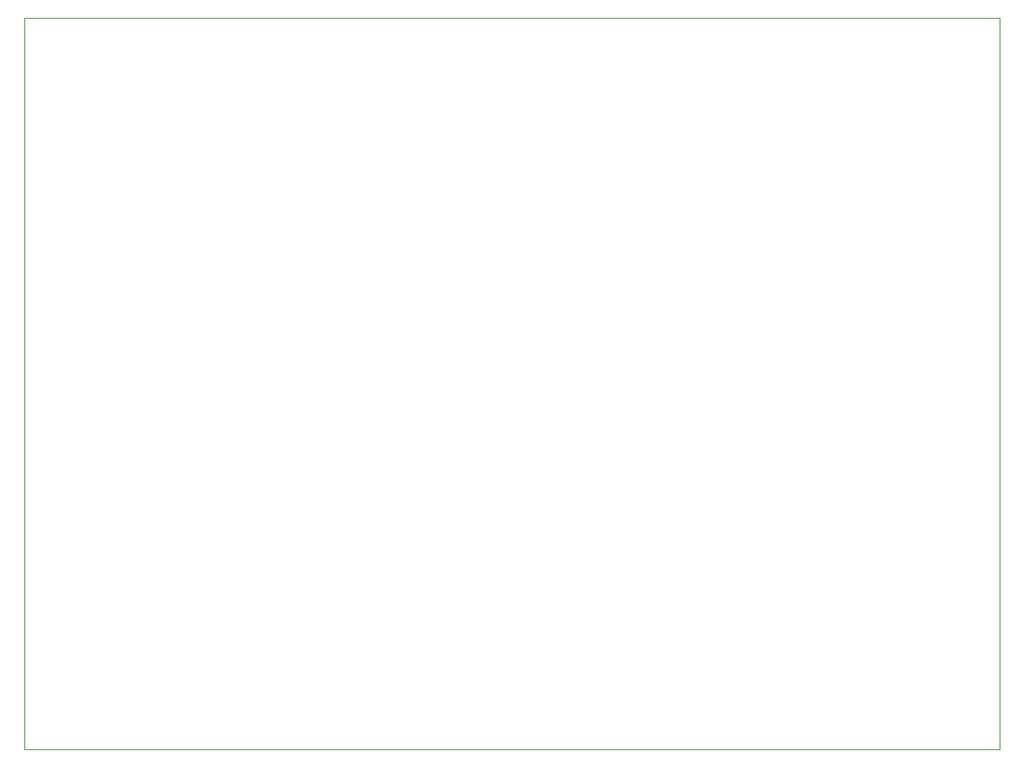
<source format=gbr>
G04 #@! TF.GenerationSoftware,KiCad,Pcbnew,5.1.6-c6e7f7d~86~ubuntu18.04.1*
G04 #@! TF.CreationDate,2020-06-24T19:05:53+01:00*
G04 #@! TF.ProjectId,placa_modular,706c6163-615f-46d6-9f64-756c61722e6b,V1.0*
G04 #@! TF.SameCoordinates,Original*
G04 #@! TF.FileFunction,Profile,NP*
%FSLAX46Y46*%
G04 Gerber Fmt 4.6, Leading zero omitted, Abs format (unit mm)*
G04 Created by KiCad (PCBNEW 5.1.6-c6e7f7d~86~ubuntu18.04.1) date 2020-06-24 19:05:53*
%MOMM*%
%LPD*%
G01*
G04 APERTURE LIST*
G04 #@! TA.AperFunction,Profile*
%ADD10C,0.050000*%
G04 #@! TD*
G04 APERTURE END LIST*
D10*
X76200000Y-139700000D02*
X76200000Y-63500000D01*
X177800000Y-139700000D02*
X76200000Y-139700000D01*
X177800000Y-63500000D02*
X177800000Y-139700000D01*
X76200000Y-63500000D02*
X177800000Y-63500000D01*
M02*

</source>
